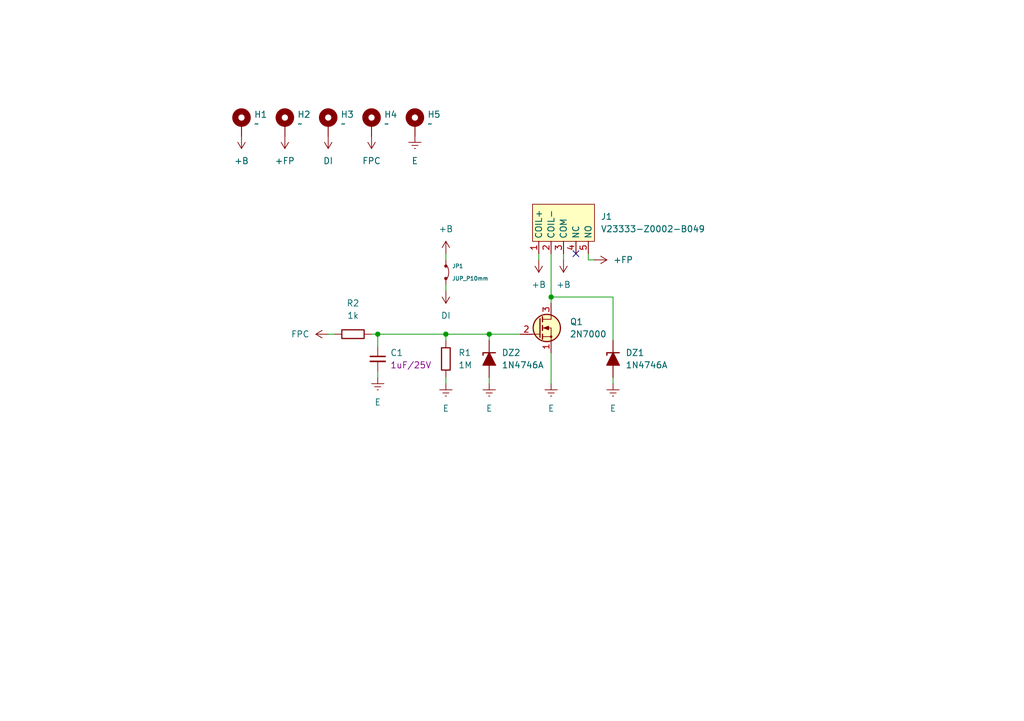
<source format=kicad_sch>
(kicad_sch
	(version 20250114)
	(generator "eeschema")
	(generator_version "9.0")
	(uuid "0e7f1946-1a73-4a75-b5af-3848c9fbba71")
	(paper "A5")
	(lib_symbols
		(symbol "Mechanical:MountingHole_Pad"
			(pin_numbers
				(hide yes)
			)
			(pin_names
				(offset 1.016)
				(hide yes)
			)
			(exclude_from_sim no)
			(in_bom no)
			(on_board yes)
			(property "Reference" "H"
				(at 0 6.35 0)
				(effects
					(font
						(size 1.27 1.27)
					)
				)
			)
			(property "Value" "MountingHole_Pad"
				(at 0 4.445 0)
				(effects
					(font
						(size 1.27 1.27)
					)
				)
			)
			(property "Footprint" ""
				(at 0 0 0)
				(effects
					(font
						(size 1.27 1.27)
					)
					(hide yes)
				)
			)
			(property "Datasheet" "~"
				(at 0 0 0)
				(effects
					(font
						(size 1.27 1.27)
					)
					(hide yes)
				)
			)
			(property "Description" "Mounting Hole with connection"
				(at 0 0 0)
				(effects
					(font
						(size 1.27 1.27)
					)
					(hide yes)
				)
			)
			(property "ki_keywords" "mounting hole"
				(at 0 0 0)
				(effects
					(font
						(size 1.27 1.27)
					)
					(hide yes)
				)
			)
			(property "ki_fp_filters" "MountingHole*Pad*"
				(at 0 0 0)
				(effects
					(font
						(size 1.27 1.27)
					)
					(hide yes)
				)
			)
			(symbol "MountingHole_Pad_0_1"
				(circle
					(center 0 1.27)
					(radius 1.27)
					(stroke
						(width 1.27)
						(type default)
					)
					(fill
						(type none)
					)
				)
			)
			(symbol "MountingHole_Pad_1_1"
				(pin input line
					(at 0 -2.54 90)
					(length 2.54)
					(name "1"
						(effects
							(font
								(size 1.27 1.27)
							)
						)
					)
					(number "1"
						(effects
							(font
								(size 1.27 1.27)
							)
						)
					)
				)
			)
			(embedded_fonts no)
		)
		(symbol "PCM_4ms_Capacitor:1uF_0603_25V"
			(pin_numbers
				(hide yes)
			)
			(pin_names
				(offset 0.254)
				(hide yes)
			)
			(exclude_from_sim no)
			(in_bom yes)
			(on_board yes)
			(property "Reference" "C"
				(at 1.905 1.27 0)
				(effects
					(font
						(size 1.27 1.27)
					)
					(justify left)
				)
			)
			(property "Value" "1uF_0603_25V"
				(at 0 3.81 0)
				(effects
					(font
						(size 1.27 1.27)
					)
					(hide yes)
				)
			)
			(property "Footprint" "4ms_Capacitor:C_0603"
				(at -2.54 -5.08 0)
				(effects
					(font
						(size 1.27 1.27)
					)
					(justify left)
					(hide yes)
				)
			)
			(property "Datasheet" ""
				(at 0 0 0)
				(effects
					(font
						(size 1.27 1.27)
					)
					(hide yes)
				)
			)
			(property "Description" "1uF, Min. 25V, 0603, Ceramic/MLCC"
				(at 0 0 0)
				(effects
					(font
						(size 1.27 1.27)
					)
					(hide yes)
				)
			)
			(property "Specifications" "1uF, Min. 25V, 0603, Ceramic/MLCC"
				(at -2.54 -7.874 0)
				(effects
					(font
						(size 1.27 1.27)
					)
					(justify left)
					(hide yes)
				)
			)
			(property "Manufacturer" "Murata"
				(at -2.54 -9.398 0)
				(effects
					(font
						(size 1.27 1.27)
					)
					(justify left)
					(hide yes)
				)
			)
			(property "Part Number" "GRM188R61E105KA12D"
				(at -2.54 -10.922 0)
				(effects
					(font
						(size 1.27 1.27)
					)
					(justify left)
					(hide yes)
				)
			)
			(property "Display" "1uF/25V"
				(at 1.905 -1.27 0)
				(effects
					(font
						(size 1.27 1.27)
					)
					(justify left)
				)
			)
			(property "JLCPCB ID" "C15849"
				(at 1.27 -12.7 0)
				(effects
					(font
						(size 1.27 1.27)
					)
					(hide yes)
				)
			)
			(property "ki_keywords" "1uF_0603_25V"
				(at 0 0 0)
				(effects
					(font
						(size 1.27 1.27)
					)
					(hide yes)
				)
			)
			(property "ki_fp_filters" "C_*"
				(at 0 0 0)
				(effects
					(font
						(size 1.27 1.27)
					)
					(hide yes)
				)
			)
			(symbol "1uF_0603_25V_0_1"
				(polyline
					(pts
						(xy -1.524 0.508) (xy 1.524 0.508)
					)
					(stroke
						(width 0.3048)
						(type default)
					)
					(fill
						(type none)
					)
				)
				(polyline
					(pts
						(xy -1.524 -0.508) (xy 1.524 -0.508)
					)
					(stroke
						(width 0.3302)
						(type default)
					)
					(fill
						(type none)
					)
				)
			)
			(symbol "1uF_0603_25V_1_1"
				(pin passive line
					(at 0 2.54 270)
					(length 2.032)
					(name "~"
						(effects
							(font
								(size 1.27 1.27)
							)
						)
					)
					(number "1"
						(effects
							(font
								(size 1.27 1.27)
							)
						)
					)
				)
				(pin passive line
					(at 0 -2.54 90)
					(length 2.032)
					(name "~"
						(effects
							(font
								(size 1.27 1.27)
							)
						)
					)
					(number "2"
						(effects
							(font
								(size 1.27 1.27)
							)
						)
					)
				)
			)
			(embedded_fonts no)
		)
		(symbol "PCM_Diode_Zener_AKL:1N4746A"
			(pin_numbers
				(hide yes)
			)
			(pin_names
				(offset 1.016)
				(hide yes)
			)
			(exclude_from_sim no)
			(in_bom yes)
			(on_board yes)
			(property "Reference" "DZ"
				(at 0 7.62 0)
				(effects
					(font
						(size 1.27 1.27)
					)
				)
			)
			(property "Value" "1N4746A"
				(at 0 5.08 0)
				(effects
					(font
						(size 1.27 1.27)
					)
				)
			)
			(property "Footprint" "PCM_Diode_THT_AKL:D_DO-41_SOD81_P10.16mm_Horizontal_Zener"
				(at 0 0 0)
				(effects
					(font
						(size 1.27 1.27)
					)
					(hide yes)
				)
			)
			(property "Datasheet" "https://www.tme.eu/Document/0ec771a1264cb7f2aef89c89242989dc/1N47xxA.PDF"
				(at 0 0 0)
				(effects
					(font
						(size 1.27 1.27)
					)
					(hide yes)
				)
			)
			(property "Description" "DO-41 Zener diode, 18V, 1W, Alternate KiCAD Library"
				(at 0 0 0)
				(effects
					(font
						(size 1.27 1.27)
					)
					(hide yes)
				)
			)
			(property "ki_keywords" "diode zener 1N4746A"
				(at 0 0 0)
				(effects
					(font
						(size 1.27 1.27)
					)
					(hide yes)
				)
			)
			(property "ki_fp_filters" "TO-???* *_Diode_* *SingleDiode* D_*"
				(at 0 0 0)
				(effects
					(font
						(size 1.27 1.27)
					)
					(hide yes)
				)
			)
			(symbol "1N4746A_0_1"
				(polyline
					(pts
						(xy -1.27 0) (xy 1.27 0)
					)
					(stroke
						(width 0)
						(type default)
					)
					(fill
						(type none)
					)
				)
				(polyline
					(pts
						(xy -1.27 -1.27) (xy -1.27 1.27) (xy 1.27 0) (xy -1.27 -1.27)
					)
					(stroke
						(width 0.254)
						(type default)
					)
					(fill
						(type outline)
					)
				)
				(polyline
					(pts
						(xy 1.27 1.27) (xy 0.762 1.27)
					)
					(stroke
						(width 0.254)
						(type default)
					)
					(fill
						(type none)
					)
				)
				(polyline
					(pts
						(xy 1.27 1.27) (xy 1.27 -1.27)
					)
					(stroke
						(width 0.254)
						(type default)
					)
					(fill
						(type none)
					)
				)
			)
			(symbol "1N4746A_0_2"
				(polyline
					(pts
						(xy -2.54 -2.54) (xy 2.54 2.54)
					)
					(stroke
						(width 0)
						(type default)
					)
					(fill
						(type none)
					)
				)
				(polyline
					(pts
						(xy -0.889 -0.889) (xy -1.778 0) (xy 0.889 0.889) (xy 0 -1.778) (xy -0.889 -0.889)
					)
					(stroke
						(width 0.254)
						(type default)
					)
					(fill
						(type outline)
					)
				)
				(polyline
					(pts
						(xy 0 1.778) (xy -0.381 1.397)
					)
					(stroke
						(width 0.254)
						(type default)
					)
					(fill
						(type none)
					)
				)
				(polyline
					(pts
						(xy 0 1.778) (xy 1.778 0)
					)
					(stroke
						(width 0.254)
						(type default)
					)
					(fill
						(type none)
					)
				)
			)
			(symbol "1N4746A_1_1"
				(pin passive line
					(at -3.81 0 0)
					(length 2.54)
					(name "A"
						(effects
							(font
								(size 1.27 1.27)
							)
						)
					)
					(number "2"
						(effects
							(font
								(size 1.27 1.27)
							)
						)
					)
				)
				(pin passive line
					(at 3.81 0 180)
					(length 2.54)
					(name "K"
						(effects
							(font
								(size 1.27 1.27)
							)
						)
					)
					(number "1"
						(effects
							(font
								(size 1.27 1.27)
							)
						)
					)
				)
			)
			(symbol "1N4746A_1_2"
				(pin passive line
					(at -2.54 -2.54 0)
					(length 0)
					(name "A"
						(effects
							(font
								(size 1.27 1.27)
							)
						)
					)
					(number "2"
						(effects
							(font
								(size 1.27 1.27)
							)
						)
					)
				)
				(pin passive line
					(at 2.54 2.54 180)
					(length 0)
					(name "K"
						(effects
							(font
								(size 1.27 1.27)
							)
						)
					)
					(number "1"
						(effects
							(font
								(size 1.27 1.27)
							)
						)
					)
				)
			)
			(embedded_fonts no)
		)
		(symbol "PCM_SL_Jumpers_THT:JUP_P10mm"
			(exclude_from_sim no)
			(in_bom yes)
			(on_board yes)
			(property "Reference" "JP"
				(at -4.064 1.524 0)
				(effects
					(font
						(size 0.8 0.8)
					)
				)
			)
			(property "Value" "JUP_P10mm"
				(at 1.27 1.524 0)
				(effects
					(font
						(size 0.8 0.8)
					)
				)
			)
			(property "Footprint" "PCM_SL_Jumpers:JUP_P10mm"
				(at 0 0 0)
				(effects
					(font
						(size 1.27 1.27)
					)
					(hide yes)
				)
			)
			(property "Datasheet" ""
				(at 0 0 0)
				(effects
					(font
						(size 1.27 1.27)
					)
					(hide yes)
				)
			)
			(property "Description" "Through-Hole Jumpers or wire links with a pin space of 10mm"
				(at 0 0 0)
				(effects
					(font
						(size 1.27 1.27)
					)
					(hide yes)
				)
			)
			(symbol "JUP_P10mm_0_1"
				(circle
					(center -1.27 0)
					(radius 0.254)
					(stroke
						(width 0)
						(type default)
					)
					(fill
						(type outline)
					)
				)
				(arc
					(start -1.27 0.254)
					(mid 0 0.5892)
					(end 1.27 0.254)
					(stroke
						(width 0)
						(type default)
					)
					(fill
						(type none)
					)
				)
				(circle
					(center 1.27 0)
					(radius 0.254)
					(stroke
						(width 0)
						(type default)
					)
					(fill
						(type outline)
					)
				)
			)
			(symbol "JUP_P10mm_1_1"
				(pin passive line
					(at -2.54 0 0)
					(length 1.2)
					(name ""
						(effects
							(font
								(size 1.27 1.27)
							)
						)
					)
					(number "1"
						(effects
							(font
								(size 0 0)
							)
						)
					)
				)
				(pin passive line
					(at 2.54 0 180)
					(length 1.2)
					(name ""
						(effects
							(font
								(size 1.27 1.27)
							)
						)
					)
					(number "2"
						(effects
							(font
								(size 0 0)
							)
						)
					)
				)
			)
			(embedded_fonts no)
		)
		(symbol "PCM_SL_Resistors:1M"
			(exclude_from_sim no)
			(in_bom yes)
			(on_board yes)
			(property "Reference" "R"
				(at 0 5.08 0)
				(effects
					(font
						(size 1.27 1.27)
					)
				)
			)
			(property "Value" "1M"
				(at 0 2.54 0)
				(effects
					(font
						(size 1.27 1.27)
					)
				)
			)
			(property "Footprint" "Resistor_THT:R_Axial_DIN0207_L6.3mm_D2.5mm_P10.16mm_Horizontal"
				(at 0.889 -4.318 0)
				(effects
					(font
						(size 1.27 1.27)
					)
					(hide yes)
				)
			)
			(property "Datasheet" ""
				(at 0.508 0 0)
				(effects
					(font
						(size 1.27 1.27)
					)
					(hide yes)
				)
			)
			(property "Description" "1MΩ, 1/4W Resistor"
				(at 0 0 0)
				(effects
					(font
						(size 1.27 1.27)
					)
					(hide yes)
				)
			)
			(property "ki_keywords" "Resistor"
				(at 0 0 0)
				(effects
					(font
						(size 1.27 1.27)
					)
					(hide yes)
				)
			)
			(property "ki_fp_filters" "Resistor_THT:R_Axial_DIN0207_L6.3mm_D2.5mm*"
				(at 0 0 0)
				(effects
					(font
						(size 1.27 1.27)
					)
					(hide yes)
				)
			)
			(symbol "1M_0_1"
				(rectangle
					(start -2.286 0.889)
					(end 2.286 -0.889)
					(stroke
						(width 0.24)
						(type default)
					)
					(fill
						(type none)
					)
				)
			)
			(symbol "1M_1_1"
				(pin passive line
					(at -3.81 0 0)
					(length 1.5)
					(name ""
						(effects
							(font
								(size 1.27 1.27)
							)
						)
					)
					(number "1"
						(effects
							(font
								(size 0 0)
							)
						)
					)
				)
				(pin passive line
					(at 3.81 0 180)
					(length 1.5)
					(name "~"
						(effects
							(font
								(size 1.27 1.27)
							)
						)
					)
					(number "2"
						(effects
							(font
								(size 0 0)
							)
						)
					)
				)
			)
			(embedded_fonts no)
		)
		(symbol "PCM_SL_Resistors:1k"
			(exclude_from_sim no)
			(in_bom yes)
			(on_board yes)
			(property "Reference" "R"
				(at 0 5.08 0)
				(effects
					(font
						(size 1.27 1.27)
					)
				)
			)
			(property "Value" "1k"
				(at 0 2.54 0)
				(effects
					(font
						(size 1.27 1.27)
					)
				)
			)
			(property "Footprint" "Resistor_THT:R_Axial_DIN0207_L6.3mm_D2.5mm_P10.16mm_Horizontal"
				(at 0.889 -4.318 0)
				(effects
					(font
						(size 1.27 1.27)
					)
					(hide yes)
				)
			)
			(property "Datasheet" ""
				(at 0.508 0 0)
				(effects
					(font
						(size 1.27 1.27)
					)
					(hide yes)
				)
			)
			(property "Description" "1kΩ, 1/4W Resistor"
				(at 0 0 0)
				(effects
					(font
						(size 1.27 1.27)
					)
					(hide yes)
				)
			)
			(property "ki_keywords" "Resistor"
				(at 0 0 0)
				(effects
					(font
						(size 1.27 1.27)
					)
					(hide yes)
				)
			)
			(property "ki_fp_filters" "Resistor_THT:R_Axial_DIN0207_L6.3mm_D2.5mm*"
				(at 0 0 0)
				(effects
					(font
						(size 1.27 1.27)
					)
					(hide yes)
				)
			)
			(symbol "1k_0_1"
				(rectangle
					(start -2.286 0.889)
					(end 2.286 -0.889)
					(stroke
						(width 0.24)
						(type default)
					)
					(fill
						(type none)
					)
				)
			)
			(symbol "1k_1_1"
				(pin passive line
					(at -3.81 0 0)
					(length 1.5)
					(name ""
						(effects
							(font
								(size 1.27 1.27)
							)
						)
					)
					(number "1"
						(effects
							(font
								(size 0 0)
							)
						)
					)
				)
				(pin passive line
					(at 3.81 0 180)
					(length 1.5)
					(name "~"
						(effects
							(font
								(size 1.27 1.27)
							)
						)
					)
					(number "2"
						(effects
							(font
								(size 0 0)
							)
						)
					)
				)
			)
			(embedded_fonts no)
		)
		(symbol "PCM_Transistor_MOSFET_AKL:2N7000"
			(pin_names
				(hide yes)
			)
			(exclude_from_sim no)
			(in_bom yes)
			(on_board yes)
			(property "Reference" "Q"
				(at 5.08 1.27 0)
				(effects
					(font
						(size 1.27 1.27)
					)
					(justify left)
				)
			)
			(property "Value" "2N7000"
				(at 5.08 -1.27 0)
				(effects
					(font
						(size 1.27 1.27)
					)
					(justify left)
				)
			)
			(property "Footprint" "PCM_Package_TO_SOT_THT_AKL:TO-92_Inline_Wide_SGD"
				(at 5.08 2.54 0)
				(effects
					(font
						(size 1.27 1.27)
					)
					(hide yes)
				)
			)
			(property "Datasheet" "https://www.tme.eu/Document/7df5cae36abdfcedddb681f5be886f05/2N7000.pdf"
				(at 0 0 0)
				(effects
					(font
						(size 1.27 1.27)
					)
					(hide yes)
				)
			)
			(property "Description" "TO-92 N-MOSFET enchancement mode transistor, 60V, 200mA, 400mW, Alternate KiCAD Library"
				(at 0 0 0)
				(effects
					(font
						(size 1.27 1.27)
					)
					(hide yes)
				)
			)
			(property "ki_keywords" "enchancement mosfet nmosfet n-mosfet nmos n-mos emos emosfet 2N7000"
				(at 0 0 0)
				(effects
					(font
						(size 1.27 1.27)
					)
					(hide yes)
				)
			)
			(symbol "2N7000_0_1"
				(polyline
					(pts
						(xy 0.254 1.905) (xy 0.254 -1.905)
					)
					(stroke
						(width 0.254)
						(type default)
					)
					(fill
						(type none)
					)
				)
				(polyline
					(pts
						(xy 0.254 -1.27) (xy -2.54 -1.27)
					)
					(stroke
						(width 0)
						(type default)
					)
					(fill
						(type none)
					)
				)
				(polyline
					(pts
						(xy 0.762 2.286) (xy 0.762 1.27)
					)
					(stroke
						(width 0.254)
						(type default)
					)
					(fill
						(type none)
					)
				)
				(polyline
					(pts
						(xy 0.762 0.508) (xy 0.762 -0.508)
					)
					(stroke
						(width 0.254)
						(type default)
					)
					(fill
						(type none)
					)
				)
				(polyline
					(pts
						(xy 0.762 -1.27) (xy 0.762 -2.286)
					)
					(stroke
						(width 0.254)
						(type default)
					)
					(fill
						(type none)
					)
				)
				(polyline
					(pts
						(xy 0.762 -1.778) (xy 2.54 -1.778)
					)
					(stroke
						(width 0)
						(type default)
					)
					(fill
						(type none)
					)
				)
				(polyline
					(pts
						(xy 1.016 0) (xy 2.032 0.381) (xy 2.032 -0.381) (xy 1.016 0)
					)
					(stroke
						(width 0)
						(type default)
					)
					(fill
						(type outline)
					)
				)
				(circle
					(center 1.651 0)
					(radius 2.794)
					(stroke
						(width 0.254)
						(type default)
					)
					(fill
						(type background)
					)
				)
				(polyline
					(pts
						(xy 2.54 2.54) (xy 2.54 1.778)
					)
					(stroke
						(width 0)
						(type default)
					)
					(fill
						(type none)
					)
				)
				(polyline
					(pts
						(xy 2.54 1.778) (xy 0.762 1.778)
					)
					(stroke
						(width 0)
						(type default)
					)
					(fill
						(type none)
					)
				)
				(circle
					(center 2.54 -1.778)
					(radius 0.1778)
					(stroke
						(width 0)
						(type default)
					)
					(fill
						(type outline)
					)
				)
				(polyline
					(pts
						(xy 2.54 -2.54) (xy 2.54 0) (xy 0.762 0)
					)
					(stroke
						(width 0)
						(type default)
					)
					(fill
						(type none)
					)
				)
			)
			(symbol "2N7000_1_1"
				(pin input line
					(at -3.81 -1.27 0)
					(length 2.54)
					(name "G"
						(effects
							(font
								(size 1.27 1.27)
							)
						)
					)
					(number "2"
						(effects
							(font
								(size 1.27 1.27)
							)
						)
					)
				)
				(pin passive line
					(at 2.54 5.08 270)
					(length 2.54)
					(name "D"
						(effects
							(font
								(size 1.27 1.27)
							)
						)
					)
					(number "3"
						(effects
							(font
								(size 1.27 1.27)
							)
						)
					)
				)
				(pin passive line
					(at 2.54 -5.08 90)
					(length 2.54)
					(name "S"
						(effects
							(font
								(size 1.27 1.27)
							)
						)
					)
					(number "1"
						(effects
							(font
								(size 1.27 1.27)
							)
						)
					)
				)
			)
			(embedded_fonts no)
		)
		(symbol "TE_CONNECTIVITY:V23333-Z0002-B049"
			(exclude_from_sim no)
			(in_bom yes)
			(on_board yes)
			(property "Reference" "J"
				(at 0 7.112 0)
				(effects
					(font
						(size 1.27 1.27)
					)
				)
			)
			(property "Value" "V23333-Z0002-B049"
				(at 0 5.08 0)
				(effects
					(font
						(size 1.27 1.27)
					)
				)
			)
			(property "Footprint" "TE_CONNECTIVITY:V23333-Z0002-B049"
				(at -1.27 -2.54 0)
				(effects
					(font
						(size 1.27 1.27)
					)
					(hide yes)
				)
			)
			(property "Datasheet" "https://docs.rs-online.com/e546/A700000010531423.pdf"
				(at 0 -2.54 0)
				(effects
					(font
						(size 1.27 1.27)
					)
					(hide yes)
				)
			)
			(property "Description" "Connector for Micro ISO Relay"
				(at 0 -2.54 0)
				(effects
					(font
						(size 1.27 1.27)
					)
					(hide yes)
				)
			)
			(symbol "V23333-Z0002-B049_1_1"
				(rectangle
					(start -6.35 3.81)
					(end 6.35 -3.81)
					(stroke
						(width 0)
						(type solid)
					)
					(fill
						(type background)
					)
				)
				(pin input line
					(at -5.08 -6.35 90)
					(length 2.54)
					(name "COIL+"
						(effects
							(font
								(size 1.27 1.27)
							)
						)
					)
					(number "1"
						(effects
							(font
								(size 1.27 1.27)
							)
						)
					)
				)
				(pin output line
					(at -2.54 -6.35 90)
					(length 2.54)
					(name "COIL-"
						(effects
							(font
								(size 1.27 1.27)
							)
						)
					)
					(number "2"
						(effects
							(font
								(size 1.27 1.27)
							)
						)
					)
				)
				(pin bidirectional line
					(at 0 -6.35 90)
					(length 2.54)
					(name "COM"
						(effects
							(font
								(size 1.27 1.27)
							)
						)
					)
					(number "3"
						(effects
							(font
								(size 1.27 1.27)
							)
						)
					)
				)
				(pin bidirectional line
					(at 2.54 -6.35 90)
					(length 2.54)
					(name "NC"
						(effects
							(font
								(size 1.27 1.27)
							)
						)
					)
					(number "4"
						(effects
							(font
								(size 1.27 1.27)
							)
						)
					)
				)
				(pin bidirectional line
					(at 5.08 -6.35 90)
					(length 2.54)
					(name "NO"
						(effects
							(font
								(size 1.27 1.27)
							)
						)
					)
					(number "5"
						(effects
							(font
								(size 1.27 1.27)
							)
						)
					)
				)
			)
			(embedded_fonts no)
		)
		(symbol "power:+12P"
			(power)
			(pin_numbers
				(hide yes)
			)
			(pin_names
				(offset 0)
				(hide yes)
			)
			(exclude_from_sim no)
			(in_bom yes)
			(on_board yes)
			(property "Reference" "#PWR"
				(at 0 -3.81 0)
				(effects
					(font
						(size 1.27 1.27)
					)
					(hide yes)
				)
			)
			(property "Value" "+12P"
				(at 0 3.556 0)
				(effects
					(font
						(size 1.27 1.27)
					)
				)
			)
			(property "Footprint" ""
				(at 0 0 0)
				(effects
					(font
						(size 1.27 1.27)
					)
					(hide yes)
				)
			)
			(property "Datasheet" ""
				(at 0 0 0)
				(effects
					(font
						(size 1.27 1.27)
					)
					(hide yes)
				)
			)
			(property "Description" "Power symbol creates a global label with name \"+12P\""
				(at 0 0 0)
				(effects
					(font
						(size 1.27 1.27)
					)
					(hide yes)
				)
			)
			(property "ki_keywords" "global power"
				(at 0 0 0)
				(effects
					(font
						(size 1.27 1.27)
					)
					(hide yes)
				)
			)
			(symbol "+12P_0_1"
				(polyline
					(pts
						(xy -0.762 1.27) (xy 0 2.54)
					)
					(stroke
						(width 0)
						(type default)
					)
					(fill
						(type none)
					)
				)
				(polyline
					(pts
						(xy 0 2.54) (xy 0.762 1.27)
					)
					(stroke
						(width 0)
						(type default)
					)
					(fill
						(type none)
					)
				)
				(polyline
					(pts
						(xy 0 0) (xy 0 2.54)
					)
					(stroke
						(width 0)
						(type default)
					)
					(fill
						(type none)
					)
				)
			)
			(symbol "+12P_1_1"
				(pin power_in line
					(at 0 0 90)
					(length 0)
					(name "~"
						(effects
							(font
								(size 1.27 1.27)
							)
						)
					)
					(number "1"
						(effects
							(font
								(size 1.27 1.27)
							)
						)
					)
				)
			)
			(embedded_fonts no)
		)
		(symbol "power:+12V"
			(power)
			(pin_numbers
				(hide yes)
			)
			(pin_names
				(offset 0)
				(hide yes)
			)
			(exclude_from_sim no)
			(in_bom yes)
			(on_board yes)
			(property "Reference" "#PWR"
				(at 0 -3.81 0)
				(effects
					(font
						(size 1.27 1.27)
					)
					(hide yes)
				)
			)
			(property "Value" "+12V"
				(at 0 3.556 0)
				(effects
					(font
						(size 1.27 1.27)
					)
				)
			)
			(property "Footprint" ""
				(at 0 0 0)
				(effects
					(font
						(size 1.27 1.27)
					)
					(hide yes)
				)
			)
			(property "Datasheet" ""
				(at 0 0 0)
				(effects
					(font
						(size 1.27 1.27)
					)
					(hide yes)
				)
			)
			(property "Description" "Power symbol creates a global label with name \"+12V\""
				(at 0 0 0)
				(effects
					(font
						(size 1.27 1.27)
					)
					(hide yes)
				)
			)
			(property "ki_keywords" "global power"
				(at 0 0 0)
				(effects
					(font
						(size 1.27 1.27)
					)
					(hide yes)
				)
			)
			(symbol "+12V_0_1"
				(polyline
					(pts
						(xy -0.762 1.27) (xy 0 2.54)
					)
					(stroke
						(width 0)
						(type default)
					)
					(fill
						(type none)
					)
				)
				(polyline
					(pts
						(xy 0 2.54) (xy 0.762 1.27)
					)
					(stroke
						(width 0)
						(type default)
					)
					(fill
						(type none)
					)
				)
				(polyline
					(pts
						(xy 0 0) (xy 0 2.54)
					)
					(stroke
						(width 0)
						(type default)
					)
					(fill
						(type none)
					)
				)
			)
			(symbol "+12V_1_1"
				(pin power_in line
					(at 0 0 90)
					(length 0)
					(name "~"
						(effects
							(font
								(size 1.27 1.27)
							)
						)
					)
					(number "1"
						(effects
							(font
								(size 1.27 1.27)
							)
						)
					)
				)
			)
			(embedded_fonts no)
		)
		(symbol "power:+5VP"
			(power)
			(pin_numbers
				(hide yes)
			)
			(pin_names
				(offset 0)
				(hide yes)
			)
			(exclude_from_sim no)
			(in_bom yes)
			(on_board yes)
			(property "Reference" "#PWR"
				(at 0 -3.81 0)
				(effects
					(font
						(size 1.27 1.27)
					)
					(hide yes)
				)
			)
			(property "Value" "+5VP"
				(at 0 3.556 0)
				(effects
					(font
						(size 1.27 1.27)
					)
				)
			)
			(property "Footprint" ""
				(at 0 0 0)
				(effects
					(font
						(size 1.27 1.27)
					)
					(hide yes)
				)
			)
			(property "Datasheet" ""
				(at 0 0 0)
				(effects
					(font
						(size 1.27 1.27)
					)
					(hide yes)
				)
			)
			(property "Description" "Power symbol creates a global label with name \"+5VP\""
				(at 0 0 0)
				(effects
					(font
						(size 1.27 1.27)
					)
					(hide yes)
				)
			)
			(property "ki_keywords" "global power"
				(at 0 0 0)
				(effects
					(font
						(size 1.27 1.27)
					)
					(hide yes)
				)
			)
			(symbol "+5VP_0_1"
				(polyline
					(pts
						(xy -0.762 1.27) (xy 0 2.54)
					)
					(stroke
						(width 0)
						(type default)
					)
					(fill
						(type none)
					)
				)
				(polyline
					(pts
						(xy 0 2.54) (xy 0.762 1.27)
					)
					(stroke
						(width 0)
						(type default)
					)
					(fill
						(type none)
					)
				)
				(polyline
					(pts
						(xy 0 0) (xy 0 2.54)
					)
					(stroke
						(width 0)
						(type default)
					)
					(fill
						(type none)
					)
				)
			)
			(symbol "+5VP_1_1"
				(pin power_in line
					(at 0 0 90)
					(length 0)
					(name "~"
						(effects
							(font
								(size 1.27 1.27)
							)
						)
					)
					(number "1"
						(effects
							(font
								(size 1.27 1.27)
							)
						)
					)
				)
			)
			(embedded_fonts no)
		)
		(symbol "power:GNDREF"
			(power)
			(pin_numbers
				(hide yes)
			)
			(pin_names
				(offset 0)
				(hide yes)
			)
			(exclude_from_sim no)
			(in_bom yes)
			(on_board yes)
			(property "Reference" "#PWR"
				(at 0 -6.35 0)
				(effects
					(font
						(size 1.27 1.27)
					)
					(hide yes)
				)
			)
			(property "Value" "GNDREF"
				(at 0 -3.81 0)
				(effects
					(font
						(size 1.27 1.27)
					)
				)
			)
			(property "Footprint" ""
				(at 0 0 0)
				(effects
					(font
						(size 1.27 1.27)
					)
					(hide yes)
				)
			)
			(property "Datasheet" ""
				(at 0 0 0)
				(effects
					(font
						(size 1.27 1.27)
					)
					(hide yes)
				)
			)
			(property "Description" "Power symbol creates a global label with name \"GNDREF\" , reference supply ground"
				(at 0 0 0)
				(effects
					(font
						(size 1.27 1.27)
					)
					(hide yes)
				)
			)
			(property "ki_keywords" "global power"
				(at 0 0 0)
				(effects
					(font
						(size 1.27 1.27)
					)
					(hide yes)
				)
			)
			(symbol "GNDREF_0_1"
				(polyline
					(pts
						(xy -0.635 -1.905) (xy 0.635 -1.905)
					)
					(stroke
						(width 0)
						(type default)
					)
					(fill
						(type none)
					)
				)
				(polyline
					(pts
						(xy -0.127 -2.54) (xy 0.127 -2.54)
					)
					(stroke
						(width 0)
						(type default)
					)
					(fill
						(type none)
					)
				)
				(polyline
					(pts
						(xy 0 -1.27) (xy 0 0)
					)
					(stroke
						(width 0)
						(type default)
					)
					(fill
						(type none)
					)
				)
				(polyline
					(pts
						(xy 1.27 -1.27) (xy -1.27 -1.27)
					)
					(stroke
						(width 0)
						(type default)
					)
					(fill
						(type none)
					)
				)
			)
			(symbol "GNDREF_1_1"
				(pin power_in line
					(at 0 0 270)
					(length 0)
					(name "~"
						(effects
							(font
								(size 1.27 1.27)
							)
						)
					)
					(number "1"
						(effects
							(font
								(size 1.27 1.27)
							)
						)
					)
				)
			)
			(embedded_fonts no)
		)
		(symbol "power:VDD"
			(power)
			(pin_numbers
				(hide yes)
			)
			(pin_names
				(offset 0)
				(hide yes)
			)
			(exclude_from_sim no)
			(in_bom yes)
			(on_board yes)
			(property "Reference" "#PWR"
				(at 0 -3.81 0)
				(effects
					(font
						(size 1.27 1.27)
					)
					(hide yes)
				)
			)
			(property "Value" "VDD"
				(at 0 3.556 0)
				(effects
					(font
						(size 1.27 1.27)
					)
				)
			)
			(property "Footprint" ""
				(at 0 0 0)
				(effects
					(font
						(size 1.27 1.27)
					)
					(hide yes)
				)
			)
			(property "Datasheet" ""
				(at 0 0 0)
				(effects
					(font
						(size 1.27 1.27)
					)
					(hide yes)
				)
			)
			(property "Description" "Power symbol creates a global label with name \"VDD\""
				(at 0 0 0)
				(effects
					(font
						(size 1.27 1.27)
					)
					(hide yes)
				)
			)
			(property "ki_keywords" "global power"
				(at 0 0 0)
				(effects
					(font
						(size 1.27 1.27)
					)
					(hide yes)
				)
			)
			(symbol "VDD_0_1"
				(polyline
					(pts
						(xy -0.762 1.27) (xy 0 2.54)
					)
					(stroke
						(width 0)
						(type default)
					)
					(fill
						(type none)
					)
				)
				(polyline
					(pts
						(xy 0 2.54) (xy 0.762 1.27)
					)
					(stroke
						(width 0)
						(type default)
					)
					(fill
						(type none)
					)
				)
				(polyline
					(pts
						(xy 0 0) (xy 0 2.54)
					)
					(stroke
						(width 0)
						(type default)
					)
					(fill
						(type none)
					)
				)
			)
			(symbol "VDD_1_1"
				(pin power_in line
					(at 0 0 90)
					(length 0)
					(name "~"
						(effects
							(font
								(size 1.27 1.27)
							)
						)
					)
					(number "1"
						(effects
							(font
								(size 1.27 1.27)
							)
						)
					)
				)
			)
			(embedded_fonts no)
		)
	)
	(junction
		(at 77.47 68.58)
		(diameter 0)
		(color 0 0 0 0)
		(uuid "17751e45-deb8-4578-94c6-36982a4c335a")
	)
	(junction
		(at 91.44 68.58)
		(diameter 0)
		(color 0 0 0 0)
		(uuid "33eea53a-1476-4207-9977-0faa96e646d9")
	)
	(junction
		(at 113.03 60.96)
		(diameter 0)
		(color 0 0 0 0)
		(uuid "a3dd9168-4e49-49eb-b0e4-4511ea86a521")
	)
	(junction
		(at 100.33 68.58)
		(diameter 0)
		(color 0 0 0 0)
		(uuid "d1f0e388-06f2-4cd3-8e87-9ba8d2db7071")
	)
	(no_connect
		(at 118.11 52.07)
		(uuid "ef6da92b-5b3b-47d4-8e3f-6632e118d299")
	)
	(wire
		(pts
			(xy 100.33 69.85) (xy 100.33 68.58)
		)
		(stroke
			(width 0)
			(type default)
		)
		(uuid "074589a8-7698-40c3-b884-a9cf448ca1b0")
	)
	(wire
		(pts
			(xy 115.57 53.34) (xy 115.57 52.07)
		)
		(stroke
			(width 0)
			(type default)
		)
		(uuid "1947f1a0-69c9-4f9e-8709-4f72f152b813")
	)
	(wire
		(pts
			(xy 100.33 78.74) (xy 100.33 77.47)
		)
		(stroke
			(width 0)
			(type default)
		)
		(uuid "2a5329b5-e738-4025-b01d-a2c662edc2b7")
	)
	(wire
		(pts
			(xy 77.47 68.58) (xy 91.44 68.58)
		)
		(stroke
			(width 0)
			(type default)
		)
		(uuid "2c095432-7836-4f47-be73-ecc2d635826d")
	)
	(wire
		(pts
			(xy 125.73 60.96) (xy 125.73 69.85)
		)
		(stroke
			(width 0)
			(type default)
		)
		(uuid "3055a481-52ee-426d-9676-e5e15e2a8ee0")
	)
	(wire
		(pts
			(xy 113.03 78.74) (xy 113.03 72.39)
		)
		(stroke
			(width 0)
			(type default)
		)
		(uuid "44710bae-9d43-48a0-9b24-a83b00a0f40d")
	)
	(wire
		(pts
			(xy 100.33 68.58) (xy 106.68 68.58)
		)
		(stroke
			(width 0)
			(type default)
		)
		(uuid "46cc92a1-7042-4041-83c4-d1f2adea86e2")
	)
	(wire
		(pts
			(xy 113.03 52.07) (xy 113.03 60.96)
		)
		(stroke
			(width 0)
			(type default)
		)
		(uuid "5bed8fa8-cde8-4b2a-8e58-bb2a2b54ac44")
	)
	(wire
		(pts
			(xy 113.03 60.96) (xy 113.03 62.23)
		)
		(stroke
			(width 0)
			(type default)
		)
		(uuid "671ddae6-ce59-486f-8664-28be2a10c126")
	)
	(wire
		(pts
			(xy 125.73 78.74) (xy 125.73 77.47)
		)
		(stroke
			(width 0)
			(type default)
		)
		(uuid "6d0370f7-8a58-4086-99bf-43a4591b87af")
	)
	(wire
		(pts
			(xy 91.44 68.58) (xy 100.33 68.58)
		)
		(stroke
			(width 0)
			(type default)
		)
		(uuid "727bdb08-1b32-4dc8-81ac-36e33945515d")
	)
	(wire
		(pts
			(xy 120.65 53.34) (xy 120.65 52.07)
		)
		(stroke
			(width 0)
			(type default)
		)
		(uuid "7f7bc6f7-f13c-4722-8490-76f2b48cde68")
	)
	(wire
		(pts
			(xy 77.47 77.47) (xy 77.47 76.2)
		)
		(stroke
			(width 0)
			(type default)
		)
		(uuid "896d49ff-12cc-4a05-988c-39601025c703")
	)
	(wire
		(pts
			(xy 76.2 68.58) (xy 77.47 68.58)
		)
		(stroke
			(width 0)
			(type default)
		)
		(uuid "8d780e24-597e-4fb7-b110-461d80cdf1a9")
	)
	(wire
		(pts
			(xy 91.44 59.69) (xy 91.44 58.42)
		)
		(stroke
			(width 0)
			(type default)
		)
		(uuid "8eb40eb6-e128-495a-ab30-df5503ddcb2d")
	)
	(wire
		(pts
			(xy 91.44 78.74) (xy 91.44 77.47)
		)
		(stroke
			(width 0)
			(type default)
		)
		(uuid "a7ef81f5-621d-44dc-8473-18bd9c6e7b62")
	)
	(wire
		(pts
			(xy 67.31 68.58) (xy 68.58 68.58)
		)
		(stroke
			(width 0)
			(type default)
		)
		(uuid "b241eefe-37db-4036-83f7-661711cad4ae")
	)
	(wire
		(pts
			(xy 77.47 71.12) (xy 77.47 68.58)
		)
		(stroke
			(width 0)
			(type default)
		)
		(uuid "cf799c51-a201-46fc-a1c4-0ba5519a6687")
	)
	(wire
		(pts
			(xy 110.49 53.34) (xy 110.49 52.07)
		)
		(stroke
			(width 0)
			(type default)
		)
		(uuid "ed920a0f-f9a4-4461-9d6b-53ed5437d0ec")
	)
	(wire
		(pts
			(xy 125.73 60.96) (xy 113.03 60.96)
		)
		(stroke
			(width 0)
			(type default)
		)
		(uuid "f0184156-4a4e-4531-81aa-6d4749d84408")
	)
	(wire
		(pts
			(xy 121.92 53.34) (xy 120.65 53.34)
		)
		(stroke
			(width 0)
			(type default)
		)
		(uuid "f0258eaa-42f0-4742-a4db-b1fddbc7c2a2")
	)
	(wire
		(pts
			(xy 91.44 69.85) (xy 91.44 68.58)
		)
		(stroke
			(width 0)
			(type default)
		)
		(uuid "fb7c5a4e-078f-4301-bca9-0ef6b143ba91")
	)
	(wire
		(pts
			(xy 91.44 52.07) (xy 91.44 53.34)
		)
		(stroke
			(width 0)
			(type default)
		)
		(uuid "fc56dd7d-aade-4108-b9db-7cd2feac8a48")
	)
	(symbol
		(lib_id "power:+5VP")
		(at 67.31 68.58 90)
		(unit 1)
		(exclude_from_sim no)
		(in_bom yes)
		(on_board yes)
		(dnp no)
		(fields_autoplaced yes)
		(uuid "000bb2eb-f745-4b85-b366-640a6f7d05a4")
		(property "Reference" "#PWR2"
			(at 71.12 68.58 0)
			(effects
				(font
					(size 1.27 1.27)
				)
				(hide yes)
			)
		)
		(property "Value" "FPC"
			(at 63.5 68.5799 90)
			(effects
				(font
					(size 1.27 1.27)
				)
				(justify left)
			)
		)
		(property "Footprint" ""
			(at 67.31 68.58 0)
			(effects
				(font
					(size 1.27 1.27)
				)
				(hide yes)
			)
		)
		(property "Datasheet" ""
			(at 67.31 68.58 0)
			(effects
				(font
					(size 1.27 1.27)
				)
				(hide yes)
			)
		)
		(property "Description" "Power symbol creates a global label with name \"+5VP\""
			(at 67.31 68.58 0)
			(effects
				(font
					(size 1.27 1.27)
				)
				(hide yes)
			)
		)
		(pin "1"
			(uuid "9b8fd52f-bfb8-4677-8d32-3887edd52da7")
		)
		(instances
			(project ""
				(path "/0e7f1946-1a73-4a75-b5af-3848c9fbba71"
					(reference "#PWR2")
					(unit 1)
				)
			)
		)
	)
	(symbol
		(lib_id "power:GNDREF")
		(at 91.44 78.74 0)
		(unit 1)
		(exclude_from_sim no)
		(in_bom yes)
		(on_board yes)
		(dnp no)
		(fields_autoplaced yes)
		(uuid "0202d32e-1009-4e64-aa14-9af12b88b461")
		(property "Reference" "#PWR4"
			(at 91.44 85.09 0)
			(effects
				(font
					(size 1.27 1.27)
				)
				(hide yes)
			)
		)
		(property "Value" "E"
			(at 91.44 83.82 0)
			(effects
				(font
					(size 1.27 1.27)
				)
			)
		)
		(property "Footprint" ""
			(at 91.44 78.74 0)
			(effects
				(font
					(size 1.27 1.27)
				)
				(hide yes)
			)
		)
		(property "Datasheet" ""
			(at 91.44 78.74 0)
			(effects
				(font
					(size 1.27 1.27)
				)
				(hide yes)
			)
		)
		(property "Description" "Power symbol creates a global label with name \"GNDREF\" , reference supply ground"
			(at 91.44 78.74 0)
			(effects
				(font
					(size 1.27 1.27)
				)
				(hide yes)
			)
		)
		(pin "1"
			(uuid "31a8f461-c2f9-43fd-bbc5-96b0102c173c")
		)
		(instances
			(project "FPC to COR Trigger Board"
				(path "/0e7f1946-1a73-4a75-b5af-3848c9fbba71"
					(reference "#PWR4")
					(unit 1)
				)
			)
		)
	)
	(symbol
		(lib_id "power:+12P")
		(at 58.42 27.94 180)
		(unit 1)
		(exclude_from_sim no)
		(in_bom yes)
		(on_board yes)
		(dnp no)
		(fields_autoplaced yes)
		(uuid "036b6530-820f-43b4-b49e-7e046934ccf2")
		(property "Reference" "#PWR014"
			(at 58.42 24.13 0)
			(effects
				(font
					(size 1.27 1.27)
				)
				(hide yes)
			)
		)
		(property "Value" "+FP"
			(at 58.42 33.02 0)
			(effects
				(font
					(size 1.27 1.27)
				)
			)
		)
		(property "Footprint" ""
			(at 58.42 27.94 0)
			(effects
				(font
					(size 1.27 1.27)
				)
				(hide yes)
			)
		)
		(property "Datasheet" ""
			(at 58.42 27.94 0)
			(effects
				(font
					(size 1.27 1.27)
				)
				(hide yes)
			)
		)
		(property "Description" "Power symbol creates a global label with name \"+12P\""
			(at 58.42 27.94 0)
			(effects
				(font
					(size 1.27 1.27)
				)
				(hide yes)
			)
		)
		(pin "1"
			(uuid "c22e8839-fe6d-42ac-8d63-836afc10be7e")
		)
		(instances
			(project "FPC2COR_PCB"
				(path "/0e7f1946-1a73-4a75-b5af-3848c9fbba71"
					(reference "#PWR014")
					(unit 1)
				)
			)
		)
	)
	(symbol
		(lib_id "PCM_SL_Resistors:1k")
		(at 72.39 68.58 0)
		(unit 1)
		(exclude_from_sim no)
		(in_bom yes)
		(on_board yes)
		(dnp no)
		(fields_autoplaced yes)
		(uuid "0b450236-5be0-4674-8be6-dfd51abcc6c9")
		(property "Reference" "R2"
			(at 72.39 62.23 0)
			(effects
				(font
					(size 1.27 1.27)
				)
			)
		)
		(property "Value" "1k"
			(at 72.39 64.77 0)
			(effects
				(font
					(size 1.27 1.27)
				)
			)
		)
		(property "Footprint" "Resistor_THT:R_Axial_DIN0207_L6.3mm_D2.5mm_P10.16mm_Horizontal"
			(at 73.279 72.898 0)
			(effects
				(font
					(size 1.27 1.27)
				)
				(hide yes)
			)
		)
		(property "Datasheet" ""
			(at 72.898 68.58 0)
			(effects
				(font
					(size 1.27 1.27)
				)
				(hide yes)
			)
		)
		(property "Description" "1kΩ, 1/4W Resistor"
			(at 72.39 68.58 0)
			(effects
				(font
					(size 1.27 1.27)
				)
				(hide yes)
			)
		)
		(pin "2"
			(uuid "ee3cef79-0ad8-442a-bf58-c809f48c3192")
		)
		(pin "1"
			(uuid "feeb941a-968f-4fa9-979e-0f4e2edc4344")
		)
		(instances
			(project ""
				(path "/0e7f1946-1a73-4a75-b5af-3848c9fbba71"
					(reference "R2")
					(unit 1)
				)
			)
		)
	)
	(symbol
		(lib_id "power:GNDREF")
		(at 100.33 78.74 0)
		(unit 1)
		(exclude_from_sim no)
		(in_bom yes)
		(on_board yes)
		(dnp no)
		(fields_autoplaced yes)
		(uuid "2495c8fb-f667-40be-953f-370d3d0d4576")
		(property "Reference" "#PWR3"
			(at 100.33 85.09 0)
			(effects
				(font
					(size 1.27 1.27)
				)
				(hide yes)
			)
		)
		(property "Value" "E"
			(at 100.33 83.82 0)
			(effects
				(font
					(size 1.27 1.27)
				)
			)
		)
		(property "Footprint" ""
			(at 100.33 78.74 0)
			(effects
				(font
					(size 1.27 1.27)
				)
				(hide yes)
			)
		)
		(property "Datasheet" ""
			(at 100.33 78.74 0)
			(effects
				(font
					(size 1.27 1.27)
				)
				(hide yes)
			)
		)
		(property "Description" "Power symbol creates a global label with name \"GNDREF\" , reference supply ground"
			(at 100.33 78.74 0)
			(effects
				(font
					(size 1.27 1.27)
				)
				(hide yes)
			)
		)
		(pin "1"
			(uuid "12ca7f92-98a0-4c93-a09f-c0309a002297")
		)
		(instances
			(project ""
				(path "/0e7f1946-1a73-4a75-b5af-3848c9fbba71"
					(reference "#PWR3")
					(unit 1)
				)
			)
		)
	)
	(symbol
		(lib_id "power:VDD")
		(at 91.44 59.69 180)
		(unit 1)
		(exclude_from_sim no)
		(in_bom yes)
		(on_board yes)
		(dnp no)
		(fields_autoplaced yes)
		(uuid "3408baa1-d15a-45ea-a9bb-c52b460bcd38")
		(property "Reference" "#PWR10"
			(at 91.44 55.88 0)
			(effects
				(font
					(size 1.27 1.27)
				)
				(hide yes)
			)
		)
		(property "Value" "DI"
			(at 91.44 64.77 0)
			(effects
				(font
					(size 1.27 1.27)
				)
			)
		)
		(property "Footprint" ""
			(at 91.44 59.69 0)
			(effects
				(font
					(size 1.27 1.27)
				)
				(hide yes)
			)
		)
		(property "Datasheet" ""
			(at 91.44 59.69 0)
			(effects
				(font
					(size 1.27 1.27)
				)
				(hide yes)
			)
		)
		(property "Description" "Power symbol creates a global label with name \"VDD\""
			(at 91.44 59.69 0)
			(effects
				(font
					(size 1.27 1.27)
				)
				(hide yes)
			)
		)
		(pin "1"
			(uuid "cd1e6c9d-b401-45e2-b667-5715d04e216f")
		)
		(instances
			(project ""
				(path "/0e7f1946-1a73-4a75-b5af-3848c9fbba71"
					(reference "#PWR10")
					(unit 1)
				)
			)
		)
	)
	(symbol
		(lib_id "power:+12V")
		(at 49.53 27.94 180)
		(unit 1)
		(exclude_from_sim no)
		(in_bom yes)
		(on_board yes)
		(dnp no)
		(fields_autoplaced yes)
		(uuid "40fe37d8-4fee-440f-9a5d-d153d86be225")
		(property "Reference" "#PWR012"
			(at 49.53 24.13 0)
			(effects
				(font
					(size 1.27 1.27)
				)
				(hide yes)
			)
		)
		(property "Value" "+B"
			(at 49.53 33.02 0)
			(effects
				(font
					(size 1.27 1.27)
				)
			)
		)
		(property "Footprint" ""
			(at 49.53 27.94 0)
			(effects
				(font
					(size 1.27 1.27)
				)
				(hide yes)
			)
		)
		(property "Datasheet" ""
			(at 49.53 27.94 0)
			(effects
				(font
					(size 1.27 1.27)
				)
				(hide yes)
			)
		)
		(property "Description" "Power symbol creates a global label with name \"+12V\""
			(at 49.53 27.94 0)
			(effects
				(font
					(size 1.27 1.27)
				)
				(hide yes)
			)
		)
		(pin "1"
			(uuid "8b7f2529-b1b3-4aad-90a4-2d838fea8145")
		)
		(instances
			(project "FPC2COR_PCB"
				(path "/0e7f1946-1a73-4a75-b5af-3848c9fbba71"
					(reference "#PWR012")
					(unit 1)
				)
			)
		)
	)
	(symbol
		(lib_id "PCM_Diode_Zener_AKL:1N4746A")
		(at 125.73 73.66 90)
		(unit 1)
		(exclude_from_sim no)
		(in_bom yes)
		(on_board yes)
		(dnp no)
		(fields_autoplaced yes)
		(uuid "4d2de5d5-b662-4f1c-8dde-5a72aa143202")
		(property "Reference" "DZ1"
			(at 128.27 72.3899 90)
			(effects
				(font
					(size 1.27 1.27)
				)
				(justify right)
			)
		)
		(property "Value" "1N4746A"
			(at 128.27 74.9299 90)
			(effects
				(font
					(size 1.27 1.27)
				)
				(justify right)
			)
		)
		(property "Footprint" "Diode_THT:D_DO-41_SOD81_P10.16mm_Horizontal"
			(at 125.73 73.66 0)
			(effects
				(font
					(size 1.27 1.27)
				)
				(hide yes)
			)
		)
		(property "Datasheet" "https://www.tme.eu/Document/0ec771a1264cb7f2aef89c89242989dc/1N47xxA.PDF"
			(at 125.73 73.66 0)
			(effects
				(font
					(size 1.27 1.27)
				)
				(hide yes)
			)
		)
		(property "Description" "DO-41 Zener diode, 18V, 1W, Alternate KiCAD Library"
			(at 125.73 73.66 0)
			(effects
				(font
					(size 1.27 1.27)
				)
				(hide yes)
			)
		)
		(pin "2"
			(uuid "c05f6d28-69f6-411b-a900-c1d55c0ac357")
		)
		(pin "1"
			(uuid "e023ecaa-fe35-42e1-80ea-ece8c5eb5f7d")
		)
		(instances
			(project ""
				(path "/0e7f1946-1a73-4a75-b5af-3848c9fbba71"
					(reference "DZ1")
					(unit 1)
				)
			)
		)
	)
	(symbol
		(lib_id "PCM_SL_Resistors:1M")
		(at 91.44 73.66 90)
		(unit 1)
		(exclude_from_sim no)
		(in_bom yes)
		(on_board yes)
		(dnp no)
		(fields_autoplaced yes)
		(uuid "59e740a9-4d49-4a91-b850-469eac2c697d")
		(property "Reference" "R1"
			(at 93.98 72.3899 90)
			(effects
				(font
					(size 1.27 1.27)
				)
				(justify right)
			)
		)
		(property "Value" "1M"
			(at 93.98 74.9299 90)
			(effects
				(font
					(size 1.27 1.27)
				)
				(justify right)
			)
		)
		(property "Footprint" "Resistor_THT:R_Axial_DIN0207_L6.3mm_D2.5mm_P10.16mm_Horizontal"
			(at 95.758 72.771 0)
			(effects
				(font
					(size 1.27 1.27)
				)
				(hide yes)
			)
		)
		(property "Datasheet" ""
			(at 91.44 73.152 0)
			(effects
				(font
					(size 1.27 1.27)
				)
				(hide yes)
			)
		)
		(property "Description" "1MΩ, 1/4W Resistor"
			(at 91.44 73.66 0)
			(effects
				(font
					(size 1.27 1.27)
				)
				(hide yes)
			)
		)
		(pin "1"
			(uuid "2268a440-d570-470a-ab55-e982465c5cec")
		)
		(pin "2"
			(uuid "56488431-d5b4-49c6-b13f-6a4f292ec07c")
		)
		(instances
			(project ""
				(path "/0e7f1946-1a73-4a75-b5af-3848c9fbba71"
					(reference "R1")
					(unit 1)
				)
			)
		)
	)
	(symbol
		(lib_id "Mechanical:MountingHole_Pad")
		(at 85.09 25.4 0)
		(unit 1)
		(exclude_from_sim no)
		(in_bom no)
		(on_board yes)
		(dnp no)
		(fields_autoplaced yes)
		(uuid "6280a429-be0e-4b21-a241-aa3c7844636d")
		(property "Reference" "H5"
			(at 87.63 23.4949 0)
			(effects
				(font
					(size 1.27 1.27)
				)
				(justify left)
			)
		)
		(property "Value" "~"
			(at 87.63 25.4 0)
			(effects
				(font
					(size 1.27 1.27)
				)
				(justify left)
			)
		)
		(property "Footprint" "MountingHole:MountingHole_2.2mm_M2_ISO7380_Pad"
			(at 85.09 25.4 0)
			(effects
				(font
					(size 1.27 1.27)
				)
				(hide yes)
			)
		)
		(property "Datasheet" "~"
			(at 85.09 25.4 0)
			(effects
				(font
					(size 1.27 1.27)
				)
				(hide yes)
			)
		)
		(property "Description" "Mounting Hole with connection"
			(at 85.09 25.4 0)
			(effects
				(font
					(size 1.27 1.27)
				)
				(hide yes)
			)
		)
		(pin "1"
			(uuid "ac06210e-02ef-4f36-b20b-559a611af91e")
		)
		(instances
			(project "FPC2COR_PCB"
				(path "/0e7f1946-1a73-4a75-b5af-3848c9fbba71"
					(reference "H5")
					(unit 1)
				)
			)
		)
	)
	(symbol
		(lib_id "power:+12V")
		(at 110.49 53.34 180)
		(unit 1)
		(exclude_from_sim no)
		(in_bom yes)
		(on_board yes)
		(dnp no)
		(fields_autoplaced yes)
		(uuid "70d5168d-3fb1-44e9-b47b-d9beb564cf1b")
		(property "Reference" "#PWR1"
			(at 110.49 49.53 0)
			(effects
				(font
					(size 1.27 1.27)
				)
				(hide yes)
			)
		)
		(property "Value" "+B"
			(at 110.49 58.42 0)
			(effects
				(font
					(size 1.27 1.27)
				)
			)
		)
		(property "Footprint" ""
			(at 110.49 53.34 0)
			(effects
				(font
					(size 1.27 1.27)
				)
				(hide yes)
			)
		)
		(property "Datasheet" ""
			(at 110.49 53.34 0)
			(effects
				(font
					(size 1.27 1.27)
				)
				(hide yes)
			)
		)
		(property "Description" "Power symbol creates a global label with name \"+12V\""
			(at 110.49 53.34 0)
			(effects
				(font
					(size 1.27 1.27)
				)
				(hide yes)
			)
		)
		(pin "1"
			(uuid "ddc85ea9-1c74-4136-adad-f780bb199771")
		)
		(instances
			(project "FPC to COR Trigger Board"
				(path "/0e7f1946-1a73-4a75-b5af-3848c9fbba71"
					(reference "#PWR1")
					(unit 1)
				)
			)
		)
	)
	(symbol
		(lib_id "power:GNDREF")
		(at 85.09 27.94 0)
		(unit 1)
		(exclude_from_sim no)
		(in_bom yes)
		(on_board yes)
		(dnp no)
		(fields_autoplaced yes)
		(uuid "710c1fee-8f5b-4281-be13-cc2920d0a43e")
		(property "Reference" "#PWR013"
			(at 85.09 34.29 0)
			(effects
				(font
					(size 1.27 1.27)
				)
				(hide yes)
			)
		)
		(property "Value" "E"
			(at 85.09 33.02 0)
			(effects
				(font
					(size 1.27 1.27)
				)
			)
		)
		(property "Footprint" ""
			(at 85.09 27.94 0)
			(effects
				(font
					(size 1.27 1.27)
				)
				(hide yes)
			)
		)
		(property "Datasheet" ""
			(at 85.09 27.94 0)
			(effects
				(font
					(size 1.27 1.27)
				)
				(hide yes)
			)
		)
		(property "Description" "Power symbol creates a global label with name \"GNDREF\" , reference supply ground"
			(at 85.09 27.94 0)
			(effects
				(font
					(size 1.27 1.27)
				)
				(hide yes)
			)
		)
		(pin "1"
			(uuid "f5488cc0-30d3-489b-b093-992722bd499b")
		)
		(instances
			(project "FPC2COR_PCB"
				(path "/0e7f1946-1a73-4a75-b5af-3848c9fbba71"
					(reference "#PWR013")
					(unit 1)
				)
			)
		)
	)
	(symbol
		(lib_id "power:+12V")
		(at 115.57 53.34 180)
		(unit 1)
		(exclude_from_sim no)
		(in_bom yes)
		(on_board yes)
		(dnp no)
		(fields_autoplaced yes)
		(uuid "723addec-5f29-4fc1-b4f3-62e544ec1917")
		(property "Reference" "#PWR8"
			(at 115.57 49.53 0)
			(effects
				(font
					(size 1.27 1.27)
				)
				(hide yes)
			)
		)
		(property "Value" "+B"
			(at 115.57 58.42 0)
			(effects
				(font
					(size 1.27 1.27)
				)
			)
		)
		(property "Footprint" ""
			(at 115.57 53.34 0)
			(effects
				(font
					(size 1.27 1.27)
				)
				(hide yes)
			)
		)
		(property "Datasheet" ""
			(at 115.57 53.34 0)
			(effects
				(font
					(size 1.27 1.27)
				)
				(hide yes)
			)
		)
		(property "Description" "Power symbol creates a global label with name \"+12V\""
			(at 115.57 53.34 0)
			(effects
				(font
					(size 1.27 1.27)
				)
				(hide yes)
			)
		)
		(pin "1"
			(uuid "1389e1b9-1de3-4f4b-b803-e460e5b093e2")
		)
		(instances
			(project "FPC to COR Trigger Board"
				(path "/0e7f1946-1a73-4a75-b5af-3848c9fbba71"
					(reference "#PWR8")
					(unit 1)
				)
			)
		)
	)
	(symbol
		(lib_id "power:GNDREF")
		(at 113.03 78.74 0)
		(unit 1)
		(exclude_from_sim no)
		(in_bom yes)
		(on_board yes)
		(dnp no)
		(fields_autoplaced yes)
		(uuid "7411543c-018d-4a8b-ba26-6f5321ea2e9d")
		(property "Reference" "#PWR5"
			(at 113.03 85.09 0)
			(effects
				(font
					(size 1.27 1.27)
				)
				(hide yes)
			)
		)
		(property "Value" "E"
			(at 113.03 83.82 0)
			(effects
				(font
					(size 1.27 1.27)
				)
			)
		)
		(property "Footprint" ""
			(at 113.03 78.74 0)
			(effects
				(font
					(size 1.27 1.27)
				)
				(hide yes)
			)
		)
		(property "Datasheet" ""
			(at 113.03 78.74 0)
			(effects
				(font
					(size 1.27 1.27)
				)
				(hide yes)
			)
		)
		(property "Description" "Power symbol creates a global label with name \"GNDREF\" , reference supply ground"
			(at 113.03 78.74 0)
			(effects
				(font
					(size 1.27 1.27)
				)
				(hide yes)
			)
		)
		(pin "1"
			(uuid "77fc50a8-17bc-48a2-9a90-bb7cde8aa21b")
		)
		(instances
			(project "FPC to COR Trigger Board"
				(path "/0e7f1946-1a73-4a75-b5af-3848c9fbba71"
					(reference "#PWR5")
					(unit 1)
				)
			)
		)
	)
	(symbol
		(lib_id "power:+5VP")
		(at 76.2 27.94 180)
		(unit 1)
		(exclude_from_sim no)
		(in_bom yes)
		(on_board yes)
		(dnp no)
		(fields_autoplaced yes)
		(uuid "7e9e12d5-dcbf-43c0-8efb-94ba7e53e74f")
		(property "Reference" "#PWR016"
			(at 76.2 24.13 0)
			(effects
				(font
					(size 1.27 1.27)
				)
				(hide yes)
			)
		)
		(property "Value" "FPC"
			(at 76.2 33.02 0)
			(effects
				(font
					(size 1.27 1.27)
				)
			)
		)
		(property "Footprint" ""
			(at 76.2 27.94 0)
			(effects
				(font
					(size 1.27 1.27)
				)
				(hide yes)
			)
		)
		(property "Datasheet" ""
			(at 76.2 27.94 0)
			(effects
				(font
					(size 1.27 1.27)
				)
				(hide yes)
			)
		)
		(property "Description" "Power symbol creates a global label with name \"+5VP\""
			(at 76.2 27.94 0)
			(effects
				(font
					(size 1.27 1.27)
				)
				(hide yes)
			)
		)
		(pin "1"
			(uuid "7a8dc204-dc2d-4b07-8262-24b3edcd22eb")
		)
		(instances
			(project "FPC2COR_PCB"
				(path "/0e7f1946-1a73-4a75-b5af-3848c9fbba71"
					(reference "#PWR016")
					(unit 1)
				)
			)
		)
	)
	(symbol
		(lib_id "PCM_Diode_Zener_AKL:1N4746A")
		(at 100.33 73.66 90)
		(unit 1)
		(exclude_from_sim no)
		(in_bom yes)
		(on_board yes)
		(dnp no)
		(fields_autoplaced yes)
		(uuid "86f386ca-1b7c-412f-85b7-8fcee2e262fb")
		(property "Reference" "DZ2"
			(at 102.87 72.3899 90)
			(effects
				(font
					(size 1.27 1.27)
				)
				(justify right)
			)
		)
		(property "Value" "1N4746A"
			(at 102.87 74.9299 90)
			(effects
				(font
					(size 1.27 1.27)
				)
				(justify right)
			)
		)
		(property "Footprint" "Diode_THT:D_DO-41_SOD81_P10.16mm_Horizontal"
			(at 100.33 73.66 0)
			(effects
				(font
					(size 1.27 1.27)
				)
				(hide yes)
			)
		)
		(property "Datasheet" "https://www.tme.eu/Document/0ec771a1264cb7f2aef89c89242989dc/1N47xxA.PDF"
			(at 100.33 73.66 0)
			(effects
				(font
					(size 1.27 1.27)
				)
				(hide yes)
			)
		)
		(property "Description" "DO-41 Zener diode, 18V, 1W, Alternate KiCAD Library"
			(at 100.33 73.66 0)
			(effects
				(font
					(size 1.27 1.27)
				)
				(hide yes)
			)
		)
		(pin "2"
			(uuid "7c54cd2a-e539-4d66-8f65-75d553672e8c")
		)
		(pin "1"
			(uuid "b1300d89-4607-493a-917e-7f6d187b8baf")
		)
		(instances
			(project "FPC to COR Trigger Board"
				(path "/0e7f1946-1a73-4a75-b5af-3848c9fbba71"
					(reference "DZ2")
					(unit 1)
				)
			)
		)
	)
	(symbol
		(lib_id "power:+12P")
		(at 121.92 53.34 270)
		(unit 1)
		(exclude_from_sim no)
		(in_bom yes)
		(on_board yes)
		(dnp no)
		(fields_autoplaced yes)
		(uuid "8dd018a6-b23f-4651-b3de-6018aa107911")
		(property "Reference" "#PWR9"
			(at 118.11 53.34 0)
			(effects
				(font
					(size 1.27 1.27)
				)
				(hide yes)
			)
		)
		(property "Value" "+FP"
			(at 125.73 53.3399 90)
			(effects
				(font
					(size 1.27 1.27)
				)
				(justify left)
			)
		)
		(property "Footprint" ""
			(at 121.92 53.34 0)
			(effects
				(font
					(size 1.27 1.27)
				)
				(hide yes)
			)
		)
		(property "Datasheet" ""
			(at 121.92 53.34 0)
			(effects
				(font
					(size 1.27 1.27)
				)
				(hide yes)
			)
		)
		(property "Description" "Power symbol creates a global label with name \"+12P\""
			(at 121.92 53.34 0)
			(effects
				(font
					(size 1.27 1.27)
				)
				(hide yes)
			)
		)
		(pin "1"
			(uuid "e29b3aa1-ffeb-4254-9531-8a9a9d177703")
		)
		(instances
			(project ""
				(path "/0e7f1946-1a73-4a75-b5af-3848c9fbba71"
					(reference "#PWR9")
					(unit 1)
				)
			)
		)
	)
	(symbol
		(lib_id "Mechanical:MountingHole_Pad")
		(at 76.2 25.4 0)
		(unit 1)
		(exclude_from_sim no)
		(in_bom no)
		(on_board yes)
		(dnp no)
		(fields_autoplaced yes)
		(uuid "8e6e4ad7-960a-4e0b-83ff-efb7cea8d79d")
		(property "Reference" "H4"
			(at 78.74 23.4949 0)
			(effects
				(font
					(size 1.27 1.27)
				)
				(justify left)
			)
		)
		(property "Value" "~"
			(at 78.74 25.4 0)
			(effects
				(font
					(size 1.27 1.27)
				)
				(justify left)
			)
		)
		(property "Footprint" "MountingHole:MountingHole_2.2mm_M2_ISO7380_Pad"
			(at 76.2 25.4 0)
			(effects
				(font
					(size 1.27 1.27)
				)
				(hide yes)
			)
		)
		(property "Datasheet" "~"
			(at 76.2 25.4 0)
			(effects
				(font
					(size 1.27 1.27)
				)
				(hide yes)
			)
		)
		(property "Description" "Mounting Hole with connection"
			(at 76.2 25.4 0)
			(effects
				(font
					(size 1.27 1.27)
				)
				(hide yes)
			)
		)
		(pin "1"
			(uuid "cd9bf3ca-923e-457a-98ba-e61485d6b634")
		)
		(instances
			(project "FPC2COR_PCB"
				(path "/0e7f1946-1a73-4a75-b5af-3848c9fbba71"
					(reference "H4")
					(unit 1)
				)
			)
		)
	)
	(symbol
		(lib_id "PCM_Transistor_MOSFET_AKL:2N7000")
		(at 110.49 67.31 0)
		(unit 1)
		(exclude_from_sim no)
		(in_bom yes)
		(on_board yes)
		(dnp no)
		(fields_autoplaced yes)
		(uuid "97cd434c-21e1-4e6d-a588-4478de2d0627")
		(property "Reference" "Q1"
			(at 116.84 66.0399 0)
			(effects
				(font
					(size 1.27 1.27)
				)
				(justify left)
			)
		)
		(property "Value" "2N7000"
			(at 116.84 68.5799 0)
			(effects
				(font
					(size 1.27 1.27)
				)
				(justify left)
			)
		)
		(property "Footprint" "Package_TO_SOT_THT:TO-92"
			(at 115.57 64.77 0)
			(effects
				(font
					(size 1.27 1.27)
				)
				(hide yes)
			)
		)
		(property "Datasheet" "https://www.tme.eu/Document/7df5cae36abdfcedddb681f5be886f05/2N7000.pdf"
			(at 110.49 67.31 0)
			(effects
				(font
					(size 1.27 1.27)
				)
				(hide yes)
			)
		)
		(property "Description" "TO-92 N-MOSFET enchancement mode transistor, 60V, 200mA, 400mW, Alternate KiCAD Library"
			(at 110.49 67.31 0)
			(effects
				(font
					(size 1.27 1.27)
				)
				(hide yes)
			)
		)
		(pin "3"
			(uuid "2639944d-9fa2-4ce0-91c1-48bb6bdb9bbf")
		)
		(pin "2"
			(uuid "bdd1e90a-4b89-45a5-a0c4-8fbe7a8e0f2b")
		)
		(pin "1"
			(uuid "69cf59b8-4cfb-496d-ab8a-b4bfcd95c952")
		)
		(instances
			(project ""
				(path "/0e7f1946-1a73-4a75-b5af-3848c9fbba71"
					(reference "Q1")
					(unit 1)
				)
			)
		)
	)
	(symbol
		(lib_id "Mechanical:MountingHole_Pad")
		(at 58.42 25.4 0)
		(unit 1)
		(exclude_from_sim no)
		(in_bom no)
		(on_board yes)
		(dnp no)
		(fields_autoplaced yes)
		(uuid "98d53189-1379-4bc0-af8f-790ee08b50ee")
		(property "Reference" "H2"
			(at 60.96 23.4949 0)
			(effects
				(font
					(size 1.27 1.27)
				)
				(justify left)
			)
		)
		(property "Value" "~"
			(at 60.96 25.4 0)
			(effects
				(font
					(size 1.27 1.27)
				)
				(justify left)
			)
		)
		(property "Footprint" "MountingHole:MountingHole_2.2mm_M2_ISO7380_Pad"
			(at 58.42 25.4 0)
			(effects
				(font
					(size 1.27 1.27)
				)
				(hide yes)
			)
		)
		(property "Datasheet" "~"
			(at 58.42 25.4 0)
			(effects
				(font
					(size 1.27 1.27)
				)
				(hide yes)
			)
		)
		(property "Description" "Mounting Hole with connection"
			(at 58.42 25.4 0)
			(effects
				(font
					(size 1.27 1.27)
				)
				(hide yes)
			)
		)
		(pin "1"
			(uuid "1e6e20b5-cdf5-4af8-b2bf-f88ad163b556")
		)
		(instances
			(project "FPC2COR_PCB"
				(path "/0e7f1946-1a73-4a75-b5af-3848c9fbba71"
					(reference "H2")
					(unit 1)
				)
			)
		)
	)
	(symbol
		(lib_id "power:VDD")
		(at 67.31 27.94 180)
		(unit 1)
		(exclude_from_sim no)
		(in_bom yes)
		(on_board yes)
		(dnp no)
		(fields_autoplaced yes)
		(uuid "a8c8c755-0d8a-432e-96fd-97fd1c93d563")
		(property "Reference" "#PWR015"
			(at 67.31 24.13 0)
			(effects
				(font
					(size 1.27 1.27)
				)
				(hide yes)
			)
		)
		(property "Value" "DI"
			(at 67.31 33.02 0)
			(effects
				(font
					(size 1.27 1.27)
				)
			)
		)
		(property "Footprint" ""
			(at 67.31 27.94 0)
			(effects
				(font
					(size 1.27 1.27)
				)
				(hide yes)
			)
		)
		(property "Datasheet" ""
			(at 67.31 27.94 0)
			(effects
				(font
					(size 1.27 1.27)
				)
				(hide yes)
			)
		)
		(property "Description" "Power symbol creates a global label with name \"VDD\""
			(at 67.31 27.94 0)
			(effects
				(font
					(size 1.27 1.27)
				)
				(hide yes)
			)
		)
		(pin "1"
			(uuid "daac4188-9870-4940-9dc3-eea02c6efa99")
		)
		(instances
			(project "FPC2COR_PCB"
				(path "/0e7f1946-1a73-4a75-b5af-3848c9fbba71"
					(reference "#PWR015")
					(unit 1)
				)
			)
		)
	)
	(symbol
		(lib_id "TE_CONNECTIVITY:V23333-Z0002-B049")
		(at 115.57 45.72 0)
		(unit 1)
		(exclude_from_sim no)
		(in_bom yes)
		(on_board yes)
		(dnp no)
		(fields_autoplaced yes)
		(uuid "bc5f13c3-eac0-4a3d-b470-e9e091858c21")
		(property "Reference" "J1"
			(at 123.19 44.4499 0)
			(effects
				(font
					(size 1.27 1.27)
				)
				(justify left)
			)
		)
		(property "Value" "V23333-Z0002-B049"
			(at 123.19 46.9899 0)
			(effects
				(font
					(size 1.27 1.27)
				)
				(justify left)
			)
		)
		(property "Footprint" "TE_CONNECTIVITY:V23333-Z0002-B049"
			(at 114.3 48.26 0)
			(effects
				(font
					(size 1.27 1.27)
				)
				(hide yes)
			)
		)
		(property "Datasheet" "https://docs.rs-online.com/e546/A700000010531423.pdf"
			(at 115.57 48.26 0)
			(effects
				(font
					(size 1.27 1.27)
				)
				(hide yes)
			)
		)
		(property "Description" "Connector for Micro ISO Relay"
			(at 115.57 48.26 0)
			(effects
				(font
					(size 1.27 1.27)
				)
				(hide yes)
			)
		)
		(pin "3"
			(uuid "3b9a29bb-21d6-40d6-8127-63a0167975c9")
		)
		(pin "4"
			(uuid "6863aa58-8274-4111-a4f7-0f6583549914")
		)
		(pin "5"
			(uuid "2aa022f5-3652-412e-916e-e562f65cd2e4")
		)
		(pin "2"
			(uuid "dd8efa75-1d9b-4f5a-89d4-5aa4e2f7d7b8")
		)
		(pin "1"
			(uuid "72a2d952-69a4-43dd-b973-7217ca4798a0")
		)
		(instances
			(project ""
				(path "/0e7f1946-1a73-4a75-b5af-3848c9fbba71"
					(reference "J1")
					(unit 1)
				)
			)
		)
	)
	(symbol
		(lib_id "power:GNDREF")
		(at 77.47 77.47 0)
		(unit 1)
		(exclude_from_sim no)
		(in_bom yes)
		(on_board yes)
		(dnp no)
		(fields_autoplaced yes)
		(uuid "c3dc50db-ed7b-413e-9ac0-053a30cbf724")
		(property "Reference" "#PWR7"
			(at 77.47 83.82 0)
			(effects
				(font
					(size 1.27 1.27)
				)
				(hide yes)
			)
		)
		(property "Value" "E"
			(at 77.47 82.55 0)
			(effects
				(font
					(size 1.27 1.27)
				)
			)
		)
		(property "Footprint" ""
			(at 77.47 77.47 0)
			(effects
				(font
					(size 1.27 1.27)
				)
				(hide yes)
			)
		)
		(property "Datasheet" ""
			(at 77.47 77.47 0)
			(effects
				(font
					(size 1.27 1.27)
				)
				(hide yes)
			)
		)
		(property "Description" "Power symbol creates a global label with name \"GNDREF\" , reference supply ground"
			(at 77.47 77.47 0)
			(effects
				(font
					(size 1.27 1.27)
				)
				(hide yes)
			)
		)
		(pin "1"
			(uuid "54021960-0775-4261-b4b7-057ae0ffdf43")
		)
		(instances
			(project "FPC to COR Trigger Board"
				(path "/0e7f1946-1a73-4a75-b5af-3848c9fbba71"
					(reference "#PWR7")
					(unit 1)
				)
			)
		)
	)
	(symbol
		(lib_id "power:GNDREF")
		(at 125.73 78.74 0)
		(unit 1)
		(exclude_from_sim no)
		(in_bom yes)
		(on_board yes)
		(dnp no)
		(fields_autoplaced yes)
		(uuid "c8b8c03d-9f1f-4980-8ebc-ae934b9c2442")
		(property "Reference" "#PWR6"
			(at 125.73 85.09 0)
			(effects
				(font
					(size 1.27 1.27)
				)
				(hide yes)
			)
		)
		(property "Value" "E"
			(at 125.73 83.82 0)
			(effects
				(font
					(size 1.27 1.27)
				)
			)
		)
		(property "Footprint" ""
			(at 125.73 78.74 0)
			(effects
				(font
					(size 1.27 1.27)
				)
				(hide yes)
			)
		)
		(property "Datasheet" ""
			(at 125.73 78.74 0)
			(effects
				(font
					(size 1.27 1.27)
				)
				(hide yes)
			)
		)
		(property "Description" "Power symbol creates a global label with name \"GNDREF\" , reference supply ground"
			(at 125.73 78.74 0)
			(effects
				(font
					(size 1.27 1.27)
				)
				(hide yes)
			)
		)
		(pin "1"
			(uuid "ec6b6205-5d6a-464a-afaa-941a5dd62154")
		)
		(instances
			(project "FPC to COR Trigger Board"
				(path "/0e7f1946-1a73-4a75-b5af-3848c9fbba71"
					(reference "#PWR6")
					(unit 1)
				)
			)
		)
	)
	(symbol
		(lib_id "Mechanical:MountingHole_Pad")
		(at 49.53 25.4 0)
		(unit 1)
		(exclude_from_sim no)
		(in_bom no)
		(on_board yes)
		(dnp no)
		(fields_autoplaced yes)
		(uuid "ceeef728-ef1f-411d-ad52-e55050f06e31")
		(property "Reference" "H1"
			(at 52.07 23.4949 0)
			(effects
				(font
					(size 1.27 1.27)
				)
				(justify left)
			)
		)
		(property "Value" "~"
			(at 52.07 25.4 0)
			(effects
				(font
					(size 1.27 1.27)
				)
				(justify left)
			)
		)
		(property "Footprint" "MountingHole:MountingHole_2.2mm_M2_ISO7380_Pad"
			(at 49.53 25.4 0)
			(effects
				(font
					(size 1.27 1.27)
				)
				(hide yes)
			)
		)
		(property "Datasheet" "~"
			(at 49.53 25.4 0)
			(effects
				(font
					(size 1.27 1.27)
				)
				(hide yes)
			)
		)
		(property "Description" "Mounting Hole with connection"
			(at 49.53 25.4 0)
			(effects
				(font
					(size 1.27 1.27)
				)
				(hide yes)
			)
		)
		(pin "1"
			(uuid "2c383f12-8ef5-4fd3-aaf2-b4e9747fbd45")
		)
		(instances
			(project ""
				(path "/0e7f1946-1a73-4a75-b5af-3848c9fbba71"
					(reference "H1")
					(unit 1)
				)
			)
		)
	)
	(symbol
		(lib_id "PCM_SL_Jumpers_THT:JUP_P10mm")
		(at 91.44 55.88 270)
		(unit 1)
		(exclude_from_sim no)
		(in_bom yes)
		(on_board yes)
		(dnp no)
		(fields_autoplaced yes)
		(uuid "db9900a9-937e-47f8-9a1b-7cb9c205614b")
		(property "Reference" "JP1"
			(at 92.71 54.61 90)
			(effects
				(font
					(size 0.8 0.8)
				)
				(justify left)
			)
		)
		(property "Value" "JUP_P10mm"
			(at 92.71 57.15 90)
			(effects
				(font
					(size 0.8 0.8)
				)
				(justify left)
			)
		)
		(property "Footprint" "PCM_SL_Jumpers:JUP_P10mm"
			(at 91.44 55.88 0)
			(effects
				(font
					(size 1.27 1.27)
				)
				(hide yes)
			)
		)
		(property "Datasheet" ""
			(at 91.44 55.88 0)
			(effects
				(font
					(size 1.27 1.27)
				)
				(hide yes)
			)
		)
		(property "Description" "Through-Hole Jumpers or wire links with a pin space of 10mm"
			(at 91.44 55.88 0)
			(effects
				(font
					(size 1.27 1.27)
				)
				(hide yes)
			)
		)
		(pin "1"
			(uuid "1a1289a9-8ab7-4725-82c6-f87c29db22ab")
		)
		(pin "2"
			(uuid "471f3ae6-25b0-4f65-a0a1-2625357a3bc7")
		)
		(instances
			(project ""
				(path "/0e7f1946-1a73-4a75-b5af-3848c9fbba71"
					(reference "JP1")
					(unit 1)
				)
			)
		)
	)
	(symbol
		(lib_id "Mechanical:MountingHole_Pad")
		(at 67.31 25.4 0)
		(unit 1)
		(exclude_from_sim no)
		(in_bom no)
		(on_board yes)
		(dnp no)
		(fields_autoplaced yes)
		(uuid "efbcb862-33e9-4879-9769-0b05ba770ca3")
		(property "Reference" "H3"
			(at 69.85 23.4949 0)
			(effects
				(font
					(size 1.27 1.27)
				)
				(justify left)
			)
		)
		(property "Value" "~"
			(at 69.85 25.4 0)
			(effects
				(font
					(size 1.27 1.27)
				)
				(justify left)
			)
		)
		(property "Footprint" "MountingHole:MountingHole_2.2mm_M2_ISO7380_Pad"
			(at 67.31 25.4 0)
			(effects
				(font
					(size 1.27 1.27)
				)
				(hide yes)
			)
		)
		(property "Datasheet" "~"
			(at 67.31 25.4 0)
			(effects
				(font
					(size 1.27 1.27)
				)
				(hide yes)
			)
		)
		(property "Description" "Mounting Hole with connection"
			(at 67.31 25.4 0)
			(effects
				(font
					(size 1.27 1.27)
				)
				(hide yes)
			)
		)
		(pin "1"
			(uuid "378e9d1e-b99f-4087-9d76-876f13107b66")
		)
		(instances
			(project "FPC2COR_PCB"
				(path "/0e7f1946-1a73-4a75-b5af-3848c9fbba71"
					(reference "H3")
					(unit 1)
				)
			)
		)
	)
	(symbol
		(lib_id "power:+12V")
		(at 91.44 52.07 0)
		(unit 1)
		(exclude_from_sim no)
		(in_bom yes)
		(on_board yes)
		(dnp no)
		(fields_autoplaced yes)
		(uuid "f441cda4-20e1-4752-9ccb-fb8629a21799")
		(property "Reference" "#PWR11"
			(at 91.44 55.88 0)
			(effects
				(font
					(size 1.27 1.27)
				)
				(hide yes)
			)
		)
		(property "Value" "+B"
			(at 91.44 46.99 0)
			(effects
				(font
					(size 1.27 1.27)
				)
			)
		)
		(property "Footprint" ""
			(at 91.44 52.07 0)
			(effects
				(font
					(size 1.27 1.27)
				)
				(hide yes)
			)
		)
		(property "Datasheet" ""
			(at 91.44 52.07 0)
			(effects
				(font
					(size 1.27 1.27)
				)
				(hide yes)
			)
		)
		(property "Description" "Power symbol creates a global label with name \"+12V\""
			(at 91.44 52.07 0)
			(effects
				(font
					(size 1.27 1.27)
				)
				(hide yes)
			)
		)
		(pin "1"
			(uuid "77250842-561f-4b26-a77c-a84ca6607d1a")
		)
		(instances
			(project "FPC to COR Trigger Board"
				(path "/0e7f1946-1a73-4a75-b5af-3848c9fbba71"
					(reference "#PWR11")
					(unit 1)
				)
			)
		)
	)
	(symbol
		(lib_id "PCM_4ms_Capacitor:1uF_0603_25V")
		(at 77.47 73.66 0)
		(unit 1)
		(exclude_from_sim no)
		(in_bom yes)
		(on_board yes)
		(dnp no)
		(fields_autoplaced yes)
		(uuid "f6439c2d-dcac-4cc7-9ae0-f6f66d928981")
		(property "Reference" "C1"
			(at 80.01 72.3962 0)
			(effects
				(font
					(size 1.27 1.27)
				)
				(justify left)
			)
		)
		(property "Value" "1uF_0603_25V"
			(at 77.47 69.85 0)
			(effects
				(font
					(size 1.27 1.27)
				)
				(hide yes)
			)
		)
		(property "Footprint" "Capacitor_THT:C_Disc_D5.0mm_W2.5mm_P2.50mm"
			(at 74.93 78.74 0)
			(effects
				(font
					(size 1.27 1.27)
				)
				(justify left)
				(hide yes)
			)
		)
		(property "Datasheet" ""
			(at 77.47 73.66 0)
			(effects
				(font
					(size 1.27 1.27)
				)
				(hide yes)
			)
		)
		(property "Description" "1uF, Min. 25V, 0603, Ceramic/MLCC"
			(at 77.47 73.66 0)
			(effects
				(font
					(size 1.27 1.27)
				)
				(hide yes)
			)
		)
		(property "Specifications" "1uF, Min. 25V, 0603, Ceramic/MLCC"
			(at 74.93 81.534 0)
			(effects
				(font
					(size 1.27 1.27)
				)
				(justify left)
				(hide yes)
			)
		)
		(property "Manufacturer" "Murata"
			(at 74.93 83.058 0)
			(effects
				(font
					(size 1.27 1.27)
				)
				(justify left)
				(hide yes)
			)
		)
		(property "Part Number" "GRM188R61E105KA12D"
			(at 74.93 84.582 0)
			(effects
				(font
					(size 1.27 1.27)
				)
				(justify left)
				(hide yes)
			)
		)
		(property "Display" "1uF/25V"
			(at 80.01 74.9362 0)
			(effects
				(font
					(size 1.27 1.27)
				)
				(justify left)
			)
		)
		(property "JLCPCB ID" "C15849"
			(at 78.74 86.36 0)
			(effects
				(font
					(size 1.27 1.27)
				)
				(hide yes)
			)
		)
		(pin "1"
			(uuid "c67d3ca2-a0c2-485b-bc5b-23b37fac9323")
		)
		(pin "2"
			(uuid "02ce2f6e-7de6-4ef1-99ba-27686ddac3ee")
		)
		(instances
			(project ""
				(path "/0e7f1946-1a73-4a75-b5af-3848c9fbba71"
					(reference "C1")
					(unit 1)
				)
			)
		)
	)
	(sheet_instances
		(path "/"
			(page "1")
		)
	)
	(embedded_fonts no)
)

</source>
